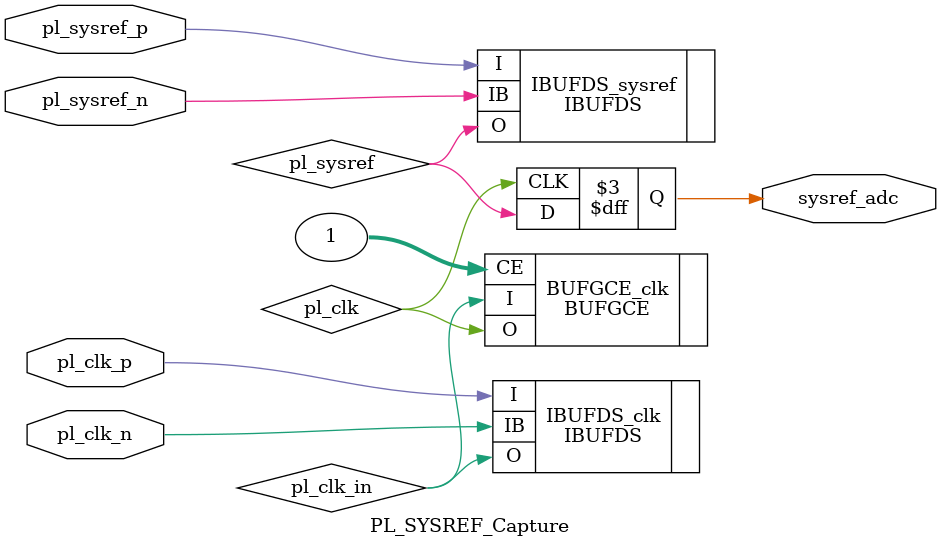
<source format=sv>
/* PL_SYSREF_Capture: PL SYSREF capture circuit where the RF-ADC and RF-DAC are 
    operating at the same AXI4-Stream clock frequency (based on the example circuit 
    on page 169 of pg269 (the RF Data Converter LogiCORE IP Product Guide))*/ 

//*(* X_INTERFACE_INFO = "xilinx.com:interface:diff_clock:1.0 pl_sysref CLK_P" *)*/  input reg pl_sysref_p, 
//*(* X_INTERFACE_INFO = "xilinx.com:interface:diff_clock:1.0 pl_sysref CLK_N" *)*/ input reg pl_sysref_n,
//*(* X_INTERFACE_INFO = "xilinx.com:interface:diff_clock:1.0 pl_clk CLK_P" *)*/ input wire pl_clk_p,
//*(* X_INTERFACE_INFO = "xilinx.com:interface:diff_clock:1.0 pl_clk CLK_N" *)*/ input wire pl_clk_n,

module PL_SYSREF_Capture ( 
    input reg pl_sysref_p,
    input reg pl_sysref_n,
    input pl_clk_p,
    input pl_clk_n,
    output reg sysref_adc
    );

    wire pl_sysref, pl_clk, pl_clk_in;

    // IBUFDS: Differential Input Buffer, Artix-7
    // Xilinx HDL Language Template, version 2022.1
    IBUFDS #(
        .DIFF_TERM("FALSE"),       // Differential Termination
        .IBUF_LOW_PWR("TRUE"),     // Low power="TRUE", Highest performance="FALSE" 
        .IOSTANDARD("DEFAULT")     // Specify the input I/O standard
    ) IBUFDS_sysref (
        .O(pl_sysref),          // Buffer output
        .I(pl_sysref_p),           // Diff_p buffer input (connect directly to top-level port)
        .IB(pl_sysref_n)           // Diff_n buffer input (connect directly to top-level port)
    );

    IBUFDS #(
        .DIFF_TERM("FALSE"),       // Differential Termination
        .IBUF_LOW_PWR("TRUE"),     // Low power="TRUE", Highest performance="FALSE" 
        .IOSTANDARD("DEFAULT")     // Specify the input I/O standard
    ) IBUFDS_clk (
        .O(pl_clk_in),             // Buffer output
        .I(pl_clk_p),              // Diff_p buffer input (connect directly to top-level port)
        .IB(pl_clk_n)              // Diff_n buffer input (connect directly to top-level port)
    );
    // End of IBUFDS_sysref and IBUFDS_clk instantiation


    // BUFGCE: Global Clock Buffer with Clock Enable, Artix-7
    // Xilinx HDL Language Template, version 2022.1
    BUFGCE BUFGCE_clk (
        .O(pl_clk),          // 1-bit output: Clock output
        .CE(1),         // 1-bit input: Clock enable input for I0
        .I(pl_clk_in)        // 1-bit input: Primary clock
    );
    // End of BUFGCE_inst instantiation
   

    // differential flip-flop   
    always @(posedge pl_clk) begin
        sysref_adc <= pl_sysref;
        end
endmodule

</source>
